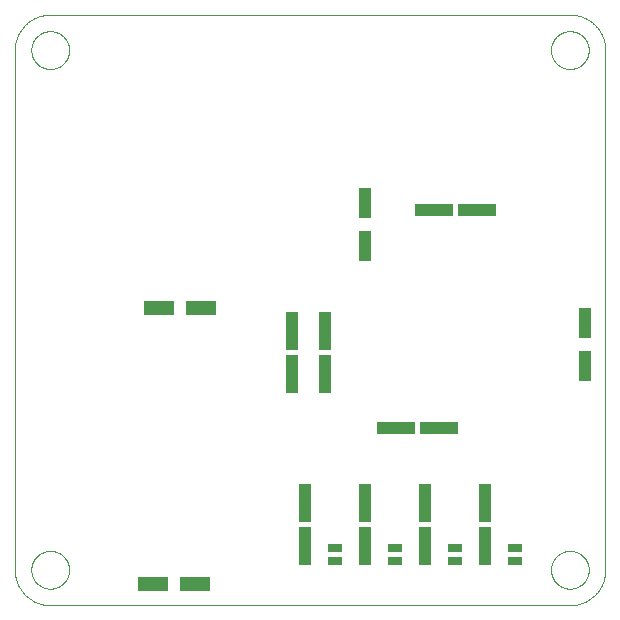
<source format=gtp>
G75*
%MOIN*%
%OFA0B0*%
%FSLAX25Y25*%
%IPPOS*%
%LPD*%
%AMOC8*
5,1,8,0,0,1.08239X$1,22.5*
%
%ADD10C,0.00000*%
%ADD11R,0.03937X0.10236*%
%ADD12R,0.12598X0.03937*%
%ADD13R,0.03937X0.12598*%
%ADD14R,0.04724X0.03150*%
%ADD15R,0.10236X0.04724*%
D10*
X0005724Y0017535D02*
X0005724Y0190764D01*
X0011236Y0190764D02*
X0011238Y0190922D01*
X0011244Y0191080D01*
X0011254Y0191238D01*
X0011268Y0191396D01*
X0011286Y0191553D01*
X0011307Y0191710D01*
X0011333Y0191866D01*
X0011363Y0192022D01*
X0011396Y0192177D01*
X0011434Y0192330D01*
X0011475Y0192483D01*
X0011520Y0192635D01*
X0011569Y0192786D01*
X0011622Y0192935D01*
X0011678Y0193083D01*
X0011738Y0193229D01*
X0011802Y0193374D01*
X0011870Y0193517D01*
X0011941Y0193659D01*
X0012015Y0193799D01*
X0012093Y0193936D01*
X0012175Y0194072D01*
X0012259Y0194206D01*
X0012348Y0194337D01*
X0012439Y0194466D01*
X0012534Y0194593D01*
X0012631Y0194718D01*
X0012732Y0194840D01*
X0012836Y0194959D01*
X0012943Y0195076D01*
X0013053Y0195190D01*
X0013166Y0195301D01*
X0013281Y0195410D01*
X0013399Y0195515D01*
X0013520Y0195617D01*
X0013643Y0195717D01*
X0013769Y0195813D01*
X0013897Y0195906D01*
X0014027Y0195996D01*
X0014160Y0196082D01*
X0014295Y0196166D01*
X0014431Y0196245D01*
X0014570Y0196322D01*
X0014711Y0196394D01*
X0014853Y0196464D01*
X0014997Y0196529D01*
X0015143Y0196591D01*
X0015290Y0196649D01*
X0015439Y0196704D01*
X0015589Y0196755D01*
X0015740Y0196802D01*
X0015892Y0196845D01*
X0016045Y0196884D01*
X0016200Y0196920D01*
X0016355Y0196951D01*
X0016511Y0196979D01*
X0016667Y0197003D01*
X0016824Y0197023D01*
X0016982Y0197039D01*
X0017139Y0197051D01*
X0017298Y0197059D01*
X0017456Y0197063D01*
X0017614Y0197063D01*
X0017772Y0197059D01*
X0017931Y0197051D01*
X0018088Y0197039D01*
X0018246Y0197023D01*
X0018403Y0197003D01*
X0018559Y0196979D01*
X0018715Y0196951D01*
X0018870Y0196920D01*
X0019025Y0196884D01*
X0019178Y0196845D01*
X0019330Y0196802D01*
X0019481Y0196755D01*
X0019631Y0196704D01*
X0019780Y0196649D01*
X0019927Y0196591D01*
X0020073Y0196529D01*
X0020217Y0196464D01*
X0020359Y0196394D01*
X0020500Y0196322D01*
X0020639Y0196245D01*
X0020775Y0196166D01*
X0020910Y0196082D01*
X0021043Y0195996D01*
X0021173Y0195906D01*
X0021301Y0195813D01*
X0021427Y0195717D01*
X0021550Y0195617D01*
X0021671Y0195515D01*
X0021789Y0195410D01*
X0021904Y0195301D01*
X0022017Y0195190D01*
X0022127Y0195076D01*
X0022234Y0194959D01*
X0022338Y0194840D01*
X0022439Y0194718D01*
X0022536Y0194593D01*
X0022631Y0194466D01*
X0022722Y0194337D01*
X0022811Y0194206D01*
X0022895Y0194072D01*
X0022977Y0193936D01*
X0023055Y0193799D01*
X0023129Y0193659D01*
X0023200Y0193517D01*
X0023268Y0193374D01*
X0023332Y0193229D01*
X0023392Y0193083D01*
X0023448Y0192935D01*
X0023501Y0192786D01*
X0023550Y0192635D01*
X0023595Y0192483D01*
X0023636Y0192330D01*
X0023674Y0192177D01*
X0023707Y0192022D01*
X0023737Y0191866D01*
X0023763Y0191710D01*
X0023784Y0191553D01*
X0023802Y0191396D01*
X0023816Y0191238D01*
X0023826Y0191080D01*
X0023832Y0190922D01*
X0023834Y0190764D01*
X0023832Y0190606D01*
X0023826Y0190448D01*
X0023816Y0190290D01*
X0023802Y0190132D01*
X0023784Y0189975D01*
X0023763Y0189818D01*
X0023737Y0189662D01*
X0023707Y0189506D01*
X0023674Y0189351D01*
X0023636Y0189198D01*
X0023595Y0189045D01*
X0023550Y0188893D01*
X0023501Y0188742D01*
X0023448Y0188593D01*
X0023392Y0188445D01*
X0023332Y0188299D01*
X0023268Y0188154D01*
X0023200Y0188011D01*
X0023129Y0187869D01*
X0023055Y0187729D01*
X0022977Y0187592D01*
X0022895Y0187456D01*
X0022811Y0187322D01*
X0022722Y0187191D01*
X0022631Y0187062D01*
X0022536Y0186935D01*
X0022439Y0186810D01*
X0022338Y0186688D01*
X0022234Y0186569D01*
X0022127Y0186452D01*
X0022017Y0186338D01*
X0021904Y0186227D01*
X0021789Y0186118D01*
X0021671Y0186013D01*
X0021550Y0185911D01*
X0021427Y0185811D01*
X0021301Y0185715D01*
X0021173Y0185622D01*
X0021043Y0185532D01*
X0020910Y0185446D01*
X0020775Y0185362D01*
X0020639Y0185283D01*
X0020500Y0185206D01*
X0020359Y0185134D01*
X0020217Y0185064D01*
X0020073Y0184999D01*
X0019927Y0184937D01*
X0019780Y0184879D01*
X0019631Y0184824D01*
X0019481Y0184773D01*
X0019330Y0184726D01*
X0019178Y0184683D01*
X0019025Y0184644D01*
X0018870Y0184608D01*
X0018715Y0184577D01*
X0018559Y0184549D01*
X0018403Y0184525D01*
X0018246Y0184505D01*
X0018088Y0184489D01*
X0017931Y0184477D01*
X0017772Y0184469D01*
X0017614Y0184465D01*
X0017456Y0184465D01*
X0017298Y0184469D01*
X0017139Y0184477D01*
X0016982Y0184489D01*
X0016824Y0184505D01*
X0016667Y0184525D01*
X0016511Y0184549D01*
X0016355Y0184577D01*
X0016200Y0184608D01*
X0016045Y0184644D01*
X0015892Y0184683D01*
X0015740Y0184726D01*
X0015589Y0184773D01*
X0015439Y0184824D01*
X0015290Y0184879D01*
X0015143Y0184937D01*
X0014997Y0184999D01*
X0014853Y0185064D01*
X0014711Y0185134D01*
X0014570Y0185206D01*
X0014431Y0185283D01*
X0014295Y0185362D01*
X0014160Y0185446D01*
X0014027Y0185532D01*
X0013897Y0185622D01*
X0013769Y0185715D01*
X0013643Y0185811D01*
X0013520Y0185911D01*
X0013399Y0186013D01*
X0013281Y0186118D01*
X0013166Y0186227D01*
X0013053Y0186338D01*
X0012943Y0186452D01*
X0012836Y0186569D01*
X0012732Y0186688D01*
X0012631Y0186810D01*
X0012534Y0186935D01*
X0012439Y0187062D01*
X0012348Y0187191D01*
X0012259Y0187322D01*
X0012175Y0187456D01*
X0012093Y0187592D01*
X0012015Y0187729D01*
X0011941Y0187869D01*
X0011870Y0188011D01*
X0011802Y0188154D01*
X0011738Y0188299D01*
X0011678Y0188445D01*
X0011622Y0188593D01*
X0011569Y0188742D01*
X0011520Y0188893D01*
X0011475Y0189045D01*
X0011434Y0189198D01*
X0011396Y0189351D01*
X0011363Y0189506D01*
X0011333Y0189662D01*
X0011307Y0189818D01*
X0011286Y0189975D01*
X0011268Y0190132D01*
X0011254Y0190290D01*
X0011244Y0190448D01*
X0011238Y0190606D01*
X0011236Y0190764D01*
X0005724Y0190764D02*
X0005727Y0191049D01*
X0005738Y0191335D01*
X0005755Y0191620D01*
X0005779Y0191904D01*
X0005810Y0192188D01*
X0005848Y0192471D01*
X0005893Y0192752D01*
X0005944Y0193033D01*
X0006002Y0193313D01*
X0006067Y0193591D01*
X0006139Y0193867D01*
X0006217Y0194141D01*
X0006302Y0194414D01*
X0006394Y0194684D01*
X0006492Y0194952D01*
X0006596Y0195218D01*
X0006707Y0195481D01*
X0006824Y0195741D01*
X0006947Y0195999D01*
X0007077Y0196253D01*
X0007213Y0196504D01*
X0007354Y0196752D01*
X0007502Y0196996D01*
X0007655Y0197237D01*
X0007815Y0197473D01*
X0007980Y0197706D01*
X0008150Y0197935D01*
X0008326Y0198160D01*
X0008508Y0198380D01*
X0008694Y0198596D01*
X0008886Y0198807D01*
X0009083Y0199014D01*
X0009285Y0199216D01*
X0009492Y0199413D01*
X0009703Y0199605D01*
X0009919Y0199791D01*
X0010139Y0199973D01*
X0010364Y0200149D01*
X0010593Y0200319D01*
X0010826Y0200484D01*
X0011062Y0200644D01*
X0011303Y0200797D01*
X0011547Y0200945D01*
X0011795Y0201086D01*
X0012046Y0201222D01*
X0012300Y0201352D01*
X0012558Y0201475D01*
X0012818Y0201592D01*
X0013081Y0201703D01*
X0013347Y0201807D01*
X0013615Y0201905D01*
X0013885Y0201997D01*
X0014158Y0202082D01*
X0014432Y0202160D01*
X0014708Y0202232D01*
X0014986Y0202297D01*
X0015266Y0202355D01*
X0015547Y0202406D01*
X0015828Y0202451D01*
X0016111Y0202489D01*
X0016395Y0202520D01*
X0016679Y0202544D01*
X0016964Y0202561D01*
X0017250Y0202572D01*
X0017535Y0202575D01*
X0190764Y0202575D01*
X0184465Y0190764D02*
X0184467Y0190922D01*
X0184473Y0191080D01*
X0184483Y0191238D01*
X0184497Y0191396D01*
X0184515Y0191553D01*
X0184536Y0191710D01*
X0184562Y0191866D01*
X0184592Y0192022D01*
X0184625Y0192177D01*
X0184663Y0192330D01*
X0184704Y0192483D01*
X0184749Y0192635D01*
X0184798Y0192786D01*
X0184851Y0192935D01*
X0184907Y0193083D01*
X0184967Y0193229D01*
X0185031Y0193374D01*
X0185099Y0193517D01*
X0185170Y0193659D01*
X0185244Y0193799D01*
X0185322Y0193936D01*
X0185404Y0194072D01*
X0185488Y0194206D01*
X0185577Y0194337D01*
X0185668Y0194466D01*
X0185763Y0194593D01*
X0185860Y0194718D01*
X0185961Y0194840D01*
X0186065Y0194959D01*
X0186172Y0195076D01*
X0186282Y0195190D01*
X0186395Y0195301D01*
X0186510Y0195410D01*
X0186628Y0195515D01*
X0186749Y0195617D01*
X0186872Y0195717D01*
X0186998Y0195813D01*
X0187126Y0195906D01*
X0187256Y0195996D01*
X0187389Y0196082D01*
X0187524Y0196166D01*
X0187660Y0196245D01*
X0187799Y0196322D01*
X0187940Y0196394D01*
X0188082Y0196464D01*
X0188226Y0196529D01*
X0188372Y0196591D01*
X0188519Y0196649D01*
X0188668Y0196704D01*
X0188818Y0196755D01*
X0188969Y0196802D01*
X0189121Y0196845D01*
X0189274Y0196884D01*
X0189429Y0196920D01*
X0189584Y0196951D01*
X0189740Y0196979D01*
X0189896Y0197003D01*
X0190053Y0197023D01*
X0190211Y0197039D01*
X0190368Y0197051D01*
X0190527Y0197059D01*
X0190685Y0197063D01*
X0190843Y0197063D01*
X0191001Y0197059D01*
X0191160Y0197051D01*
X0191317Y0197039D01*
X0191475Y0197023D01*
X0191632Y0197003D01*
X0191788Y0196979D01*
X0191944Y0196951D01*
X0192099Y0196920D01*
X0192254Y0196884D01*
X0192407Y0196845D01*
X0192559Y0196802D01*
X0192710Y0196755D01*
X0192860Y0196704D01*
X0193009Y0196649D01*
X0193156Y0196591D01*
X0193302Y0196529D01*
X0193446Y0196464D01*
X0193588Y0196394D01*
X0193729Y0196322D01*
X0193868Y0196245D01*
X0194004Y0196166D01*
X0194139Y0196082D01*
X0194272Y0195996D01*
X0194402Y0195906D01*
X0194530Y0195813D01*
X0194656Y0195717D01*
X0194779Y0195617D01*
X0194900Y0195515D01*
X0195018Y0195410D01*
X0195133Y0195301D01*
X0195246Y0195190D01*
X0195356Y0195076D01*
X0195463Y0194959D01*
X0195567Y0194840D01*
X0195668Y0194718D01*
X0195765Y0194593D01*
X0195860Y0194466D01*
X0195951Y0194337D01*
X0196040Y0194206D01*
X0196124Y0194072D01*
X0196206Y0193936D01*
X0196284Y0193799D01*
X0196358Y0193659D01*
X0196429Y0193517D01*
X0196497Y0193374D01*
X0196561Y0193229D01*
X0196621Y0193083D01*
X0196677Y0192935D01*
X0196730Y0192786D01*
X0196779Y0192635D01*
X0196824Y0192483D01*
X0196865Y0192330D01*
X0196903Y0192177D01*
X0196936Y0192022D01*
X0196966Y0191866D01*
X0196992Y0191710D01*
X0197013Y0191553D01*
X0197031Y0191396D01*
X0197045Y0191238D01*
X0197055Y0191080D01*
X0197061Y0190922D01*
X0197063Y0190764D01*
X0197061Y0190606D01*
X0197055Y0190448D01*
X0197045Y0190290D01*
X0197031Y0190132D01*
X0197013Y0189975D01*
X0196992Y0189818D01*
X0196966Y0189662D01*
X0196936Y0189506D01*
X0196903Y0189351D01*
X0196865Y0189198D01*
X0196824Y0189045D01*
X0196779Y0188893D01*
X0196730Y0188742D01*
X0196677Y0188593D01*
X0196621Y0188445D01*
X0196561Y0188299D01*
X0196497Y0188154D01*
X0196429Y0188011D01*
X0196358Y0187869D01*
X0196284Y0187729D01*
X0196206Y0187592D01*
X0196124Y0187456D01*
X0196040Y0187322D01*
X0195951Y0187191D01*
X0195860Y0187062D01*
X0195765Y0186935D01*
X0195668Y0186810D01*
X0195567Y0186688D01*
X0195463Y0186569D01*
X0195356Y0186452D01*
X0195246Y0186338D01*
X0195133Y0186227D01*
X0195018Y0186118D01*
X0194900Y0186013D01*
X0194779Y0185911D01*
X0194656Y0185811D01*
X0194530Y0185715D01*
X0194402Y0185622D01*
X0194272Y0185532D01*
X0194139Y0185446D01*
X0194004Y0185362D01*
X0193868Y0185283D01*
X0193729Y0185206D01*
X0193588Y0185134D01*
X0193446Y0185064D01*
X0193302Y0184999D01*
X0193156Y0184937D01*
X0193009Y0184879D01*
X0192860Y0184824D01*
X0192710Y0184773D01*
X0192559Y0184726D01*
X0192407Y0184683D01*
X0192254Y0184644D01*
X0192099Y0184608D01*
X0191944Y0184577D01*
X0191788Y0184549D01*
X0191632Y0184525D01*
X0191475Y0184505D01*
X0191317Y0184489D01*
X0191160Y0184477D01*
X0191001Y0184469D01*
X0190843Y0184465D01*
X0190685Y0184465D01*
X0190527Y0184469D01*
X0190368Y0184477D01*
X0190211Y0184489D01*
X0190053Y0184505D01*
X0189896Y0184525D01*
X0189740Y0184549D01*
X0189584Y0184577D01*
X0189429Y0184608D01*
X0189274Y0184644D01*
X0189121Y0184683D01*
X0188969Y0184726D01*
X0188818Y0184773D01*
X0188668Y0184824D01*
X0188519Y0184879D01*
X0188372Y0184937D01*
X0188226Y0184999D01*
X0188082Y0185064D01*
X0187940Y0185134D01*
X0187799Y0185206D01*
X0187660Y0185283D01*
X0187524Y0185362D01*
X0187389Y0185446D01*
X0187256Y0185532D01*
X0187126Y0185622D01*
X0186998Y0185715D01*
X0186872Y0185811D01*
X0186749Y0185911D01*
X0186628Y0186013D01*
X0186510Y0186118D01*
X0186395Y0186227D01*
X0186282Y0186338D01*
X0186172Y0186452D01*
X0186065Y0186569D01*
X0185961Y0186688D01*
X0185860Y0186810D01*
X0185763Y0186935D01*
X0185668Y0187062D01*
X0185577Y0187191D01*
X0185488Y0187322D01*
X0185404Y0187456D01*
X0185322Y0187592D01*
X0185244Y0187729D01*
X0185170Y0187869D01*
X0185099Y0188011D01*
X0185031Y0188154D01*
X0184967Y0188299D01*
X0184907Y0188445D01*
X0184851Y0188593D01*
X0184798Y0188742D01*
X0184749Y0188893D01*
X0184704Y0189045D01*
X0184663Y0189198D01*
X0184625Y0189351D01*
X0184592Y0189506D01*
X0184562Y0189662D01*
X0184536Y0189818D01*
X0184515Y0189975D01*
X0184497Y0190132D01*
X0184483Y0190290D01*
X0184473Y0190448D01*
X0184467Y0190606D01*
X0184465Y0190764D01*
X0190764Y0202575D02*
X0191049Y0202572D01*
X0191335Y0202561D01*
X0191620Y0202544D01*
X0191904Y0202520D01*
X0192188Y0202489D01*
X0192471Y0202451D01*
X0192752Y0202406D01*
X0193033Y0202355D01*
X0193313Y0202297D01*
X0193591Y0202232D01*
X0193867Y0202160D01*
X0194141Y0202082D01*
X0194414Y0201997D01*
X0194684Y0201905D01*
X0194952Y0201807D01*
X0195218Y0201703D01*
X0195481Y0201592D01*
X0195741Y0201475D01*
X0195999Y0201352D01*
X0196253Y0201222D01*
X0196504Y0201086D01*
X0196752Y0200945D01*
X0196996Y0200797D01*
X0197237Y0200644D01*
X0197473Y0200484D01*
X0197706Y0200319D01*
X0197935Y0200149D01*
X0198160Y0199973D01*
X0198380Y0199791D01*
X0198596Y0199605D01*
X0198807Y0199413D01*
X0199014Y0199216D01*
X0199216Y0199014D01*
X0199413Y0198807D01*
X0199605Y0198596D01*
X0199791Y0198380D01*
X0199973Y0198160D01*
X0200149Y0197935D01*
X0200319Y0197706D01*
X0200484Y0197473D01*
X0200644Y0197237D01*
X0200797Y0196996D01*
X0200945Y0196752D01*
X0201086Y0196504D01*
X0201222Y0196253D01*
X0201352Y0195999D01*
X0201475Y0195741D01*
X0201592Y0195481D01*
X0201703Y0195218D01*
X0201807Y0194952D01*
X0201905Y0194684D01*
X0201997Y0194414D01*
X0202082Y0194141D01*
X0202160Y0193867D01*
X0202232Y0193591D01*
X0202297Y0193313D01*
X0202355Y0193033D01*
X0202406Y0192752D01*
X0202451Y0192471D01*
X0202489Y0192188D01*
X0202520Y0191904D01*
X0202544Y0191620D01*
X0202561Y0191335D01*
X0202572Y0191049D01*
X0202575Y0190764D01*
X0202575Y0017535D01*
X0184465Y0017535D02*
X0184467Y0017693D01*
X0184473Y0017851D01*
X0184483Y0018009D01*
X0184497Y0018167D01*
X0184515Y0018324D01*
X0184536Y0018481D01*
X0184562Y0018637D01*
X0184592Y0018793D01*
X0184625Y0018948D01*
X0184663Y0019101D01*
X0184704Y0019254D01*
X0184749Y0019406D01*
X0184798Y0019557D01*
X0184851Y0019706D01*
X0184907Y0019854D01*
X0184967Y0020000D01*
X0185031Y0020145D01*
X0185099Y0020288D01*
X0185170Y0020430D01*
X0185244Y0020570D01*
X0185322Y0020707D01*
X0185404Y0020843D01*
X0185488Y0020977D01*
X0185577Y0021108D01*
X0185668Y0021237D01*
X0185763Y0021364D01*
X0185860Y0021489D01*
X0185961Y0021611D01*
X0186065Y0021730D01*
X0186172Y0021847D01*
X0186282Y0021961D01*
X0186395Y0022072D01*
X0186510Y0022181D01*
X0186628Y0022286D01*
X0186749Y0022388D01*
X0186872Y0022488D01*
X0186998Y0022584D01*
X0187126Y0022677D01*
X0187256Y0022767D01*
X0187389Y0022853D01*
X0187524Y0022937D01*
X0187660Y0023016D01*
X0187799Y0023093D01*
X0187940Y0023165D01*
X0188082Y0023235D01*
X0188226Y0023300D01*
X0188372Y0023362D01*
X0188519Y0023420D01*
X0188668Y0023475D01*
X0188818Y0023526D01*
X0188969Y0023573D01*
X0189121Y0023616D01*
X0189274Y0023655D01*
X0189429Y0023691D01*
X0189584Y0023722D01*
X0189740Y0023750D01*
X0189896Y0023774D01*
X0190053Y0023794D01*
X0190211Y0023810D01*
X0190368Y0023822D01*
X0190527Y0023830D01*
X0190685Y0023834D01*
X0190843Y0023834D01*
X0191001Y0023830D01*
X0191160Y0023822D01*
X0191317Y0023810D01*
X0191475Y0023794D01*
X0191632Y0023774D01*
X0191788Y0023750D01*
X0191944Y0023722D01*
X0192099Y0023691D01*
X0192254Y0023655D01*
X0192407Y0023616D01*
X0192559Y0023573D01*
X0192710Y0023526D01*
X0192860Y0023475D01*
X0193009Y0023420D01*
X0193156Y0023362D01*
X0193302Y0023300D01*
X0193446Y0023235D01*
X0193588Y0023165D01*
X0193729Y0023093D01*
X0193868Y0023016D01*
X0194004Y0022937D01*
X0194139Y0022853D01*
X0194272Y0022767D01*
X0194402Y0022677D01*
X0194530Y0022584D01*
X0194656Y0022488D01*
X0194779Y0022388D01*
X0194900Y0022286D01*
X0195018Y0022181D01*
X0195133Y0022072D01*
X0195246Y0021961D01*
X0195356Y0021847D01*
X0195463Y0021730D01*
X0195567Y0021611D01*
X0195668Y0021489D01*
X0195765Y0021364D01*
X0195860Y0021237D01*
X0195951Y0021108D01*
X0196040Y0020977D01*
X0196124Y0020843D01*
X0196206Y0020707D01*
X0196284Y0020570D01*
X0196358Y0020430D01*
X0196429Y0020288D01*
X0196497Y0020145D01*
X0196561Y0020000D01*
X0196621Y0019854D01*
X0196677Y0019706D01*
X0196730Y0019557D01*
X0196779Y0019406D01*
X0196824Y0019254D01*
X0196865Y0019101D01*
X0196903Y0018948D01*
X0196936Y0018793D01*
X0196966Y0018637D01*
X0196992Y0018481D01*
X0197013Y0018324D01*
X0197031Y0018167D01*
X0197045Y0018009D01*
X0197055Y0017851D01*
X0197061Y0017693D01*
X0197063Y0017535D01*
X0197061Y0017377D01*
X0197055Y0017219D01*
X0197045Y0017061D01*
X0197031Y0016903D01*
X0197013Y0016746D01*
X0196992Y0016589D01*
X0196966Y0016433D01*
X0196936Y0016277D01*
X0196903Y0016122D01*
X0196865Y0015969D01*
X0196824Y0015816D01*
X0196779Y0015664D01*
X0196730Y0015513D01*
X0196677Y0015364D01*
X0196621Y0015216D01*
X0196561Y0015070D01*
X0196497Y0014925D01*
X0196429Y0014782D01*
X0196358Y0014640D01*
X0196284Y0014500D01*
X0196206Y0014363D01*
X0196124Y0014227D01*
X0196040Y0014093D01*
X0195951Y0013962D01*
X0195860Y0013833D01*
X0195765Y0013706D01*
X0195668Y0013581D01*
X0195567Y0013459D01*
X0195463Y0013340D01*
X0195356Y0013223D01*
X0195246Y0013109D01*
X0195133Y0012998D01*
X0195018Y0012889D01*
X0194900Y0012784D01*
X0194779Y0012682D01*
X0194656Y0012582D01*
X0194530Y0012486D01*
X0194402Y0012393D01*
X0194272Y0012303D01*
X0194139Y0012217D01*
X0194004Y0012133D01*
X0193868Y0012054D01*
X0193729Y0011977D01*
X0193588Y0011905D01*
X0193446Y0011835D01*
X0193302Y0011770D01*
X0193156Y0011708D01*
X0193009Y0011650D01*
X0192860Y0011595D01*
X0192710Y0011544D01*
X0192559Y0011497D01*
X0192407Y0011454D01*
X0192254Y0011415D01*
X0192099Y0011379D01*
X0191944Y0011348D01*
X0191788Y0011320D01*
X0191632Y0011296D01*
X0191475Y0011276D01*
X0191317Y0011260D01*
X0191160Y0011248D01*
X0191001Y0011240D01*
X0190843Y0011236D01*
X0190685Y0011236D01*
X0190527Y0011240D01*
X0190368Y0011248D01*
X0190211Y0011260D01*
X0190053Y0011276D01*
X0189896Y0011296D01*
X0189740Y0011320D01*
X0189584Y0011348D01*
X0189429Y0011379D01*
X0189274Y0011415D01*
X0189121Y0011454D01*
X0188969Y0011497D01*
X0188818Y0011544D01*
X0188668Y0011595D01*
X0188519Y0011650D01*
X0188372Y0011708D01*
X0188226Y0011770D01*
X0188082Y0011835D01*
X0187940Y0011905D01*
X0187799Y0011977D01*
X0187660Y0012054D01*
X0187524Y0012133D01*
X0187389Y0012217D01*
X0187256Y0012303D01*
X0187126Y0012393D01*
X0186998Y0012486D01*
X0186872Y0012582D01*
X0186749Y0012682D01*
X0186628Y0012784D01*
X0186510Y0012889D01*
X0186395Y0012998D01*
X0186282Y0013109D01*
X0186172Y0013223D01*
X0186065Y0013340D01*
X0185961Y0013459D01*
X0185860Y0013581D01*
X0185763Y0013706D01*
X0185668Y0013833D01*
X0185577Y0013962D01*
X0185488Y0014093D01*
X0185404Y0014227D01*
X0185322Y0014363D01*
X0185244Y0014500D01*
X0185170Y0014640D01*
X0185099Y0014782D01*
X0185031Y0014925D01*
X0184967Y0015070D01*
X0184907Y0015216D01*
X0184851Y0015364D01*
X0184798Y0015513D01*
X0184749Y0015664D01*
X0184704Y0015816D01*
X0184663Y0015969D01*
X0184625Y0016122D01*
X0184592Y0016277D01*
X0184562Y0016433D01*
X0184536Y0016589D01*
X0184515Y0016746D01*
X0184497Y0016903D01*
X0184483Y0017061D01*
X0184473Y0017219D01*
X0184467Y0017377D01*
X0184465Y0017535D01*
X0190764Y0005724D02*
X0191049Y0005727D01*
X0191335Y0005738D01*
X0191620Y0005755D01*
X0191904Y0005779D01*
X0192188Y0005810D01*
X0192471Y0005848D01*
X0192752Y0005893D01*
X0193033Y0005944D01*
X0193313Y0006002D01*
X0193591Y0006067D01*
X0193867Y0006139D01*
X0194141Y0006217D01*
X0194414Y0006302D01*
X0194684Y0006394D01*
X0194952Y0006492D01*
X0195218Y0006596D01*
X0195481Y0006707D01*
X0195741Y0006824D01*
X0195999Y0006947D01*
X0196253Y0007077D01*
X0196504Y0007213D01*
X0196752Y0007354D01*
X0196996Y0007502D01*
X0197237Y0007655D01*
X0197473Y0007815D01*
X0197706Y0007980D01*
X0197935Y0008150D01*
X0198160Y0008326D01*
X0198380Y0008508D01*
X0198596Y0008694D01*
X0198807Y0008886D01*
X0199014Y0009083D01*
X0199216Y0009285D01*
X0199413Y0009492D01*
X0199605Y0009703D01*
X0199791Y0009919D01*
X0199973Y0010139D01*
X0200149Y0010364D01*
X0200319Y0010593D01*
X0200484Y0010826D01*
X0200644Y0011062D01*
X0200797Y0011303D01*
X0200945Y0011547D01*
X0201086Y0011795D01*
X0201222Y0012046D01*
X0201352Y0012300D01*
X0201475Y0012558D01*
X0201592Y0012818D01*
X0201703Y0013081D01*
X0201807Y0013347D01*
X0201905Y0013615D01*
X0201997Y0013885D01*
X0202082Y0014158D01*
X0202160Y0014432D01*
X0202232Y0014708D01*
X0202297Y0014986D01*
X0202355Y0015266D01*
X0202406Y0015547D01*
X0202451Y0015828D01*
X0202489Y0016111D01*
X0202520Y0016395D01*
X0202544Y0016679D01*
X0202561Y0016964D01*
X0202572Y0017250D01*
X0202575Y0017535D01*
X0190764Y0005724D02*
X0017535Y0005724D01*
X0011236Y0017535D02*
X0011238Y0017693D01*
X0011244Y0017851D01*
X0011254Y0018009D01*
X0011268Y0018167D01*
X0011286Y0018324D01*
X0011307Y0018481D01*
X0011333Y0018637D01*
X0011363Y0018793D01*
X0011396Y0018948D01*
X0011434Y0019101D01*
X0011475Y0019254D01*
X0011520Y0019406D01*
X0011569Y0019557D01*
X0011622Y0019706D01*
X0011678Y0019854D01*
X0011738Y0020000D01*
X0011802Y0020145D01*
X0011870Y0020288D01*
X0011941Y0020430D01*
X0012015Y0020570D01*
X0012093Y0020707D01*
X0012175Y0020843D01*
X0012259Y0020977D01*
X0012348Y0021108D01*
X0012439Y0021237D01*
X0012534Y0021364D01*
X0012631Y0021489D01*
X0012732Y0021611D01*
X0012836Y0021730D01*
X0012943Y0021847D01*
X0013053Y0021961D01*
X0013166Y0022072D01*
X0013281Y0022181D01*
X0013399Y0022286D01*
X0013520Y0022388D01*
X0013643Y0022488D01*
X0013769Y0022584D01*
X0013897Y0022677D01*
X0014027Y0022767D01*
X0014160Y0022853D01*
X0014295Y0022937D01*
X0014431Y0023016D01*
X0014570Y0023093D01*
X0014711Y0023165D01*
X0014853Y0023235D01*
X0014997Y0023300D01*
X0015143Y0023362D01*
X0015290Y0023420D01*
X0015439Y0023475D01*
X0015589Y0023526D01*
X0015740Y0023573D01*
X0015892Y0023616D01*
X0016045Y0023655D01*
X0016200Y0023691D01*
X0016355Y0023722D01*
X0016511Y0023750D01*
X0016667Y0023774D01*
X0016824Y0023794D01*
X0016982Y0023810D01*
X0017139Y0023822D01*
X0017298Y0023830D01*
X0017456Y0023834D01*
X0017614Y0023834D01*
X0017772Y0023830D01*
X0017931Y0023822D01*
X0018088Y0023810D01*
X0018246Y0023794D01*
X0018403Y0023774D01*
X0018559Y0023750D01*
X0018715Y0023722D01*
X0018870Y0023691D01*
X0019025Y0023655D01*
X0019178Y0023616D01*
X0019330Y0023573D01*
X0019481Y0023526D01*
X0019631Y0023475D01*
X0019780Y0023420D01*
X0019927Y0023362D01*
X0020073Y0023300D01*
X0020217Y0023235D01*
X0020359Y0023165D01*
X0020500Y0023093D01*
X0020639Y0023016D01*
X0020775Y0022937D01*
X0020910Y0022853D01*
X0021043Y0022767D01*
X0021173Y0022677D01*
X0021301Y0022584D01*
X0021427Y0022488D01*
X0021550Y0022388D01*
X0021671Y0022286D01*
X0021789Y0022181D01*
X0021904Y0022072D01*
X0022017Y0021961D01*
X0022127Y0021847D01*
X0022234Y0021730D01*
X0022338Y0021611D01*
X0022439Y0021489D01*
X0022536Y0021364D01*
X0022631Y0021237D01*
X0022722Y0021108D01*
X0022811Y0020977D01*
X0022895Y0020843D01*
X0022977Y0020707D01*
X0023055Y0020570D01*
X0023129Y0020430D01*
X0023200Y0020288D01*
X0023268Y0020145D01*
X0023332Y0020000D01*
X0023392Y0019854D01*
X0023448Y0019706D01*
X0023501Y0019557D01*
X0023550Y0019406D01*
X0023595Y0019254D01*
X0023636Y0019101D01*
X0023674Y0018948D01*
X0023707Y0018793D01*
X0023737Y0018637D01*
X0023763Y0018481D01*
X0023784Y0018324D01*
X0023802Y0018167D01*
X0023816Y0018009D01*
X0023826Y0017851D01*
X0023832Y0017693D01*
X0023834Y0017535D01*
X0023832Y0017377D01*
X0023826Y0017219D01*
X0023816Y0017061D01*
X0023802Y0016903D01*
X0023784Y0016746D01*
X0023763Y0016589D01*
X0023737Y0016433D01*
X0023707Y0016277D01*
X0023674Y0016122D01*
X0023636Y0015969D01*
X0023595Y0015816D01*
X0023550Y0015664D01*
X0023501Y0015513D01*
X0023448Y0015364D01*
X0023392Y0015216D01*
X0023332Y0015070D01*
X0023268Y0014925D01*
X0023200Y0014782D01*
X0023129Y0014640D01*
X0023055Y0014500D01*
X0022977Y0014363D01*
X0022895Y0014227D01*
X0022811Y0014093D01*
X0022722Y0013962D01*
X0022631Y0013833D01*
X0022536Y0013706D01*
X0022439Y0013581D01*
X0022338Y0013459D01*
X0022234Y0013340D01*
X0022127Y0013223D01*
X0022017Y0013109D01*
X0021904Y0012998D01*
X0021789Y0012889D01*
X0021671Y0012784D01*
X0021550Y0012682D01*
X0021427Y0012582D01*
X0021301Y0012486D01*
X0021173Y0012393D01*
X0021043Y0012303D01*
X0020910Y0012217D01*
X0020775Y0012133D01*
X0020639Y0012054D01*
X0020500Y0011977D01*
X0020359Y0011905D01*
X0020217Y0011835D01*
X0020073Y0011770D01*
X0019927Y0011708D01*
X0019780Y0011650D01*
X0019631Y0011595D01*
X0019481Y0011544D01*
X0019330Y0011497D01*
X0019178Y0011454D01*
X0019025Y0011415D01*
X0018870Y0011379D01*
X0018715Y0011348D01*
X0018559Y0011320D01*
X0018403Y0011296D01*
X0018246Y0011276D01*
X0018088Y0011260D01*
X0017931Y0011248D01*
X0017772Y0011240D01*
X0017614Y0011236D01*
X0017456Y0011236D01*
X0017298Y0011240D01*
X0017139Y0011248D01*
X0016982Y0011260D01*
X0016824Y0011276D01*
X0016667Y0011296D01*
X0016511Y0011320D01*
X0016355Y0011348D01*
X0016200Y0011379D01*
X0016045Y0011415D01*
X0015892Y0011454D01*
X0015740Y0011497D01*
X0015589Y0011544D01*
X0015439Y0011595D01*
X0015290Y0011650D01*
X0015143Y0011708D01*
X0014997Y0011770D01*
X0014853Y0011835D01*
X0014711Y0011905D01*
X0014570Y0011977D01*
X0014431Y0012054D01*
X0014295Y0012133D01*
X0014160Y0012217D01*
X0014027Y0012303D01*
X0013897Y0012393D01*
X0013769Y0012486D01*
X0013643Y0012582D01*
X0013520Y0012682D01*
X0013399Y0012784D01*
X0013281Y0012889D01*
X0013166Y0012998D01*
X0013053Y0013109D01*
X0012943Y0013223D01*
X0012836Y0013340D01*
X0012732Y0013459D01*
X0012631Y0013581D01*
X0012534Y0013706D01*
X0012439Y0013833D01*
X0012348Y0013962D01*
X0012259Y0014093D01*
X0012175Y0014227D01*
X0012093Y0014363D01*
X0012015Y0014500D01*
X0011941Y0014640D01*
X0011870Y0014782D01*
X0011802Y0014925D01*
X0011738Y0015070D01*
X0011678Y0015216D01*
X0011622Y0015364D01*
X0011569Y0015513D01*
X0011520Y0015664D01*
X0011475Y0015816D01*
X0011434Y0015969D01*
X0011396Y0016122D01*
X0011363Y0016277D01*
X0011333Y0016433D01*
X0011307Y0016589D01*
X0011286Y0016746D01*
X0011268Y0016903D01*
X0011254Y0017061D01*
X0011244Y0017219D01*
X0011238Y0017377D01*
X0011236Y0017535D01*
X0005724Y0017535D02*
X0005727Y0017250D01*
X0005738Y0016964D01*
X0005755Y0016679D01*
X0005779Y0016395D01*
X0005810Y0016111D01*
X0005848Y0015828D01*
X0005893Y0015547D01*
X0005944Y0015266D01*
X0006002Y0014986D01*
X0006067Y0014708D01*
X0006139Y0014432D01*
X0006217Y0014158D01*
X0006302Y0013885D01*
X0006394Y0013615D01*
X0006492Y0013347D01*
X0006596Y0013081D01*
X0006707Y0012818D01*
X0006824Y0012558D01*
X0006947Y0012300D01*
X0007077Y0012046D01*
X0007213Y0011795D01*
X0007354Y0011547D01*
X0007502Y0011303D01*
X0007655Y0011062D01*
X0007815Y0010826D01*
X0007980Y0010593D01*
X0008150Y0010364D01*
X0008326Y0010139D01*
X0008508Y0009919D01*
X0008694Y0009703D01*
X0008886Y0009492D01*
X0009083Y0009285D01*
X0009285Y0009083D01*
X0009492Y0008886D01*
X0009703Y0008694D01*
X0009919Y0008508D01*
X0010139Y0008326D01*
X0010364Y0008150D01*
X0010593Y0007980D01*
X0010826Y0007815D01*
X0011062Y0007655D01*
X0011303Y0007502D01*
X0011547Y0007354D01*
X0011795Y0007213D01*
X0012046Y0007077D01*
X0012300Y0006947D01*
X0012558Y0006824D01*
X0012818Y0006707D01*
X0013081Y0006596D01*
X0013347Y0006492D01*
X0013615Y0006394D01*
X0013885Y0006302D01*
X0014158Y0006217D01*
X0014432Y0006139D01*
X0014708Y0006067D01*
X0014986Y0006002D01*
X0015266Y0005944D01*
X0015547Y0005893D01*
X0015828Y0005848D01*
X0016111Y0005810D01*
X0016395Y0005779D01*
X0016679Y0005755D01*
X0016964Y0005738D01*
X0017250Y0005727D01*
X0017535Y0005724D01*
D11*
X0122575Y0125488D03*
X0122575Y0139661D03*
X0195724Y0099661D03*
X0195724Y0085488D03*
D12*
X0147024Y0064937D03*
X0132850Y0064937D03*
X0145488Y0137575D03*
X0159661Y0137575D03*
D13*
X0109012Y0097024D03*
X0098224Y0097024D03*
X0098224Y0082850D03*
X0109012Y0082850D03*
X0102575Y0039661D03*
X0102575Y0025488D03*
X0122575Y0025488D03*
X0122575Y0039661D03*
X0142575Y0039661D03*
X0142575Y0025488D03*
X0162575Y0025488D03*
X0162575Y0039661D03*
D14*
X0172575Y0024661D03*
X0172575Y0020488D03*
X0152575Y0020488D03*
X0152575Y0024661D03*
X0132575Y0024661D03*
X0132575Y0020488D03*
X0112575Y0020488D03*
X0112575Y0024661D03*
D15*
X0065811Y0012724D03*
X0051638Y0012724D03*
X0053638Y0104724D03*
X0067811Y0104724D03*
M02*

</source>
